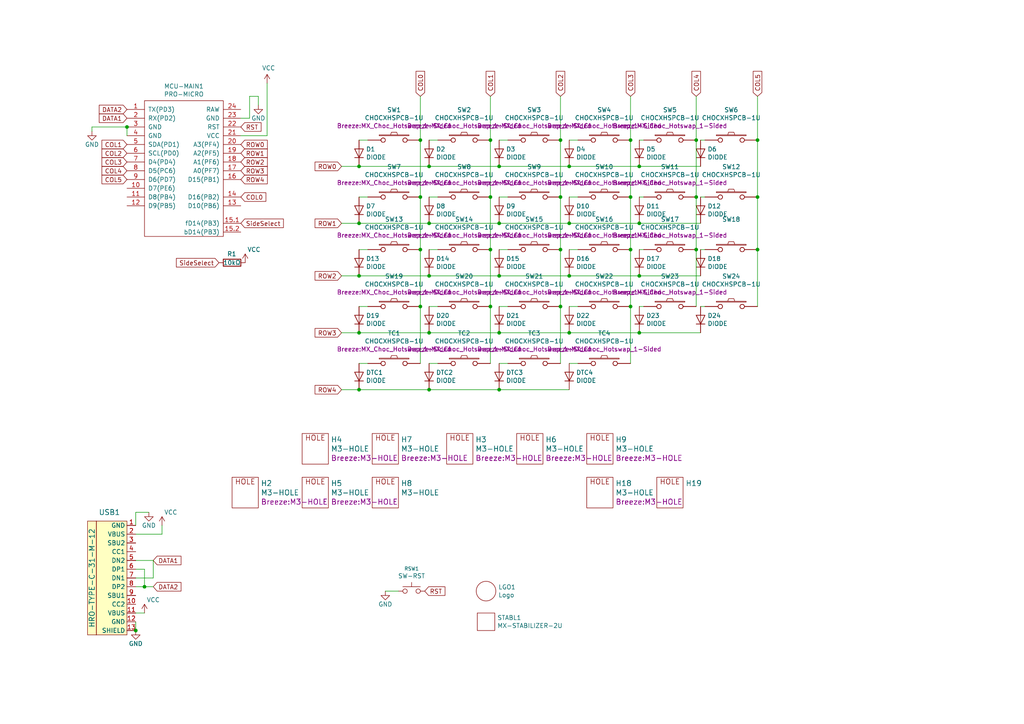
<source format=kicad_sch>
(kicad_sch (version 20230121) (generator eeschema)
  (paper "A4")
  (title_block (title "Breeze") (date "2023-05-21") (rev "Rev1.2") (company "Afternoon Labs LLC"))
  (lib_symbols
    (symbol "Breeze-rescue:3M-HOLE-Merkaba_Rev0-rescue-Breeze-rescue" (pin_names (offset 1.016))
      (property "Reference" "H" (at 0 0 0))
      (property "Value" "3M-HOLE-Merkaba_Rev0-rescue-Breeze-rescue" (at 0 -5.08 0))
      (symbol "3M-HOLE-Merkaba_Rev0-rescue-Breeze-rescue_0_0"
        (text "HOLE" (at 0 3.81 0) (effects (font (size 1.524 1.524))))
      )
      (symbol "3M-HOLE-Merkaba_Rev0-rescue-Breeze-rescue_0_1"
        (rectangle (start 3.81 5.08) (end -3.81 -3.81))
      )
    )
    (symbol "Breeze-rescue:CHOCXHSPCB-1U-cache-Merkaba_Rev0-rescue-Breeze-rescue" (pin_numbers hide) (pin_names (offset 1.016) hide)
      (property "Reference" "SW" (at 3.81 2.794 0))
      (property "Value" "CHOCXHSPCB-1U-cache-Merkaba_Rev0-rescue-Breeze-rescue" (at 0 -2.032 0))
      (symbol "CHOCXHSPCB-1U-cache-Merkaba_Rev0-rescue-Breeze-rescue_0_1"
        (rectangle (start -4.318 1.27) (end 4.318 1.524))
        (polyline (pts (xy -1.016 1.524) (xy -0.762 2.286) (xy 0.762 2.286) (xy 1.016 1.524)))
        (pin passive inverted (at -7.62 0 0) (length 5.08) (name "1") (number "1"))
        (pin passive inverted (at 7.62 0 180) (length 5.08) (name "2") (number "2"))
      )
    )
    (symbol "Breeze-rescue:Diode-cache-Merkaba_Rev0-rescue-Breeze-rescue" (pin_numbers hide) (pin_names (offset 1.016) hide)
      (property "Reference" "D" (at 0 2.54 0))
      (property "Value" "Diode-cache-Merkaba_Rev0-rescue-Breeze-rescue" (at 0 -2.54 0))
      (symbol "Diode-cache-Merkaba_Rev0-rescue-Breeze-rescue_0_1"
        (polyline (pts (xy -1.27 1.27) (xy -1.27 -1.27)) (stroke (width 0.2032)))
        (polyline (pts (xy 1.27 0) (xy -1.27 0)))
        (polyline (pts (xy 1.27 1.27) (xy 1.27 -1.27) (xy -1.27 0) (xy 1.27 1.27)) (stroke (width 0.2032)))
      )
      (symbol "Diode-cache-Merkaba_Rev0-rescue-Breeze-rescue_1_1"
        (pin passive line (at -3.81 0 0) (length 2.54) (name "K") (number "1"))
        (pin passive line (at 3.81 0 180) (length 2.54) (name "A") (number "2"))
      )
    )
    (symbol "Breeze-rescue:Logo-Breeze-rescue" (pin_names (offset 1.016))
      (property "Reference" "LGO" (at 0 0 0))
      (property "Value" "Logo-Breeze-rescue" (at 0 0 0))
      (symbol "Logo-Breeze-rescue_0_1"
        (circle (center 0 0) (radius 2.8448))
      )
    )
    (symbol "Breeze-rescue:MX-STABILIZER-2U-Merkaba_Rev0-rescue-Breeze-rescue" (pin_names (offset 1.016))
      (property "Reference" "U" (at 0 0 0))
      (property "Value" "MX-STABILIZER-2U-Merkaba_Rev0-rescue-Breeze-rescue" (at 0 0 0))
      (symbol "MX-STABILIZER-2U-Merkaba_Rev0-rescue-Breeze-rescue_0_1"
        (rectangle (start -2.54 2.54) (end 2.54 -2.54))
      )
    )
    (symbol "Breeze-rescue:ProMicro-Merkaba_Rev0-rescue-Breeze-rescue" (pin_names (offset 1.016))
      (property "Reference" "U" (at 0 17.78 0))
      (property "Value" "ProMicro-Merkaba_Rev0-rescue-Breeze-rescue" (at 0 -26.67 0))
      (symbol "ProMicro-Merkaba_Rev0-rescue-Breeze-rescue_0_1"
        (rectangle (start -11.43 16.51) (end 11.43 -22.86))
      )
      (symbol "ProMicro-Merkaba_Rev0-rescue-Breeze-rescue_1_1"
        (pin input line (at -16.51 13.97 0) (length 5.08) (name "TX(PD3)") (number "1"))
        (pin input line (at -16.51 -8.89 0) (length 5.08) (name "D7(PE6)") (number "10"))
        (pin input line (at -16.51 -11.43 0) (length 5.08) (name "D8(PB4)") (number "11"))
        (pin input line (at -16.51 -13.97 0) (length 5.08) (name "D9(PB5)") (number "12"))
        (pin input line (at 16.51 -13.97 180) (length 5.08) (name "D10(PB6)") (number "13"))
        (pin input line (at 16.51 -11.43 180) (length 5.08) (name "D16(PB2)") (number "14"))
        (pin input line (at 16.51 -19.05 180) (length 5.08) (name "fD14(PB3)") (number "15.1"))
        (pin input line (at 16.51 -21.59 180) (length 5.08) (name "bD14(PB3)") (number "15.2"))
        (pin input line (at 16.51 -6.35 180) (length 5.08) (name "D15(PB1)") (number "16"))
        (pin input line (at 16.51 -3.81 180) (length 5.08) (name "A0(PF7)") (number "17"))
        (pin input line (at 16.51 -1.27 180) (length 5.08) (name "A1(PF6)") (number "18"))
        (pin input line (at 16.51 1.27 180) (length 5.08) (name "A2(PF5)") (number "19"))
        (pin input line (at -16.51 11.43 0) (length 5.08) (name "RX(PD2)") (number "2"))
        (pin input line (at 16.51 3.81 180) (length 5.08) (name "A3(PF4)") (number "20"))
        (pin input line (at 16.51 6.35 180) (length 5.08) (name "VCC") (number "21"))
        (pin input line (at 16.51 8.89 180) (length 5.08) (name "RST") (number "22"))
        (pin input line (at 16.51 11.43 180) (length 5.08) (name "GND") (number "23"))
        (pin input line (at 16.51 13.97 180) (length 5.08) (name "RAW") (number "24"))
        (pin input line (at -16.51 8.89 0) (length 5.08) (name "GND") (number "3"))
        (pin input line (at -16.51 6.35 0) (length 5.08) (name "GND") (number "4"))
        (pin input line (at -16.51 3.81 0) (length 5.08) (name "SDA(PD1)") (number "5"))
        (pin input line (at -16.51 1.27 0) (length 5.08) (name "SCL(PD0)") (number "6"))
        (pin input line (at -16.51 -1.27 0) (length 5.08) (name "D4(PD4)") (number "7"))
        (pin input line (at -16.51 -3.81 0) (length 5.08) (name "D5(PC6)") (number "8"))
        (pin input line (at -16.51 -6.35 0) (length 5.08) (name "D6(PD7)") (number "9"))
      )
    )
    (symbol "Breeze-rescue:SW_RST-Lily58-cache-Merkaba_Rev0-rescue-Breeze-rescue" (pin_numbers hide) (pin_names (offset 1.016) hide)
      (property "Reference" "RSW" (at 2.54 2.54 0))
      (property "Value" "SW_RST-Lily58-cache-Merkaba_Rev0-rescue-Breeze-rescue" (at 0 -2.54 0))
      (symbol "SW_RST-Lily58-cache-Merkaba_Rev0-rescue-Breeze-rescue_0_1"
        (polyline (pts (xy -2.54 1.27) (xy 2.54 1.27)))
        (polyline (pts (xy 0 2.54) (xy 0 1.27)))
        (pin passive inverted (at -3.81 0 0) (length 2.54) (name "1") (number "1"))
        (pin passive inverted (at 3.81 0 180) (length 2.54) (name "2") (number "2"))
      )
    )
    (symbol "Device:R" (pin_numbers hide) (pin_names (offset 0))
      (property "Reference" "R" (at 2.032 0 90))
      (property "Value" "R" (at 0 0 90))
      (symbol "R_0_1"
        (rectangle (start -1.016 -2.54) (end 1.016 2.54) (stroke (width 0.254)))
      )
      (symbol "R_1_1"
        (pin passive line (at 0 3.81 270) (length 1.27) (name "~") (number "1"))
        (pin passive line (at 0 -3.81 90) (length 1.27) (name "~") (number "2"))
      )
    )
    (symbol "keebio:HRO-TYPE-C-31-M-12"
      (property "Reference" "USB" (at -5.08 16.51 0))
      (property "Value" "HRO-TYPE-C-31-M-12" (at -10.16 -1.27 90))
      (symbol "HRO-TYPE-C-31-M-12_0_1"
        (rectangle (start -11.43 15.24) (end -8.89 -17.78) (fill (type background)))
        (rectangle (start 0 -17.78) (end -8.89 15.24) (fill (type background)))
      )
      (symbol "HRO-TYPE-C-31-M-12_1_1"
        (pin input line (at 2.54 13.97 180) (length 2.54) (name "GND") (number "1"))
        (pin input line (at 2.54 -8.89 180) (length 2.54) (name "CC2") (number "10"))
        (pin input line (at 2.54 -11.43 180) (length 2.54) (name "VBUS") (number "11"))
        (pin input line (at 2.54 -13.97 180) (length 2.54) (name "GND") (number "12"))
        (pin input line (at 2.54 -16.51 180) (length 2.54) (name "SHIELD") (number "13"))
        (pin input line (at 2.54 11.43 180) (length 2.54) (name "VBUS") (number "2"))
        (pin input line (at 2.54 8.89 180) (length 2.54) (name "SBU2") (number "3"))
        (pin input line (at 2.54 6.35 180) (length 2.54) (name "CC1") (number "4"))
        (pin input line (at 2.54 3.81 180) (length 2.54) (name "DN2") (number "5"))
        (pin input line (at 2.54 1.27 180) (length 2.54) (name "DP1") (number "6"))
        (pin input line (at 2.54 -1.27 180) (length 2.54) (name "DN1") (number "7"))
        (pin input line (at 2.54 -3.81 180) (length 2.54) (name "DP2") (number "8"))
        (pin input line (at 2.54 -6.35 180) (length 2.54) (name "SBU1") (number "9"))
      )
    )
    (symbol "power:GND" (power) (pin_names (offset 0))
      (property "Value" "GND" (at 0 -3.81 0))
      (symbol "GND_0_1"
        (polyline (pts (xy 0 0) (xy 0 -1.27) (xy 1.27 -1.27) (xy 0 -2.54) (xy -1.27 -1.27) (xy 0 -1.27)))
      )
      (symbol "GND_1_1"
        (pin power_in line (at 0 0 270) (length 0) hide (name "GND") (number "1"))
      )
    )
    (symbol "power:VCC" (power) (pin_names (offset 0))
      (property "Value" "VCC" (at 0 3.81 0))
      (symbol "VCC_0_1"
        (polyline (pts (xy -0.762 1.27) (xy 0 2.54)))
        (polyline (pts (xy 0 0) (xy 0 2.54)))
        (polyline (pts (xy 0 2.54) (xy 0.762 1.27)))
      )
      (symbol "VCC_1_1"
        (pin power_in line (at 0 0 90) (length 0) hide (name "VCC") (number "1"))
      )
    )
  )
  (junction (at 144.78 113.03))
  (junction (at 142.24 40.64))
  (junction (at 219.71 72.39))
  (junction (at 142.24 57.15))
  (junction (at 144.78 96.52))
  (junction (at 185.42 96.52))
  (junction (at 144.78 80.01))
  (junction (at 182.88 40.64))
  (junction (at 219.71 40.64))
  (junction (at 219.71 57.15))
  (junction (at 165.1 80.01))
  (junction (at 165.1 96.52))
  (junction (at 124.46 113.03))
  (junction (at 182.88 88.9))
  (junction (at 121.92 57.15))
  (junction (at 162.56 72.39))
  (junction (at 201.93 72.39))
  (junction (at 41.91 170.18))
  (junction (at 165.1 64.77))
  (junction (at 39.37 182.88))
  (junction (at 142.24 72.39))
  (junction (at 185.42 64.77))
  (junction (at 124.46 80.01))
  (junction (at 104.14 80.01))
  (junction (at 124.46 96.52))
  (junction (at 104.14 64.77))
  (junction (at 124.46 64.77))
  (junction (at 165.1 48.26))
  (junction (at 121.92 72.39))
  (junction (at 121.92 88.9))
  (junction (at 144.78 64.77))
  (junction (at 182.88 72.39))
  (junction (at 182.88 57.15))
  (junction (at 104.14 48.26))
  (junction (at 185.42 80.01))
  (junction (at 142.24 88.9))
  (junction (at 185.42 48.26))
  (junction (at 144.78 48.26))
  (junction (at 162.56 88.9))
  (junction (at 36.83 36.83))
  (junction (at 104.14 96.52))
  (junction (at 162.56 57.15))
  (junction (at 201.93 57.15))
  (junction (at 162.56 40.64))
  (junction (at 201.93 40.64))
  (junction (at 124.46 48.26))
  (junction (at 104.14 113.03))
  (junction (at 121.92 40.64))
  (wire (pts (xy 121.92 57.15) (xy 121.92 72.39)))
  (wire (pts (xy 36.83 36.83) (xy 26.67 36.83)))
  (wire (pts (xy 39.37 177.8) (xy 41.91 177.8)))
  (wire (pts (xy 167.64 88.9) (xy 165.1 88.9)))
  (wire (pts (xy 99.06 48.26) (xy 104.14 48.26)))
  (wire (pts (xy 186.69 72.39) (xy 185.42 72.39)))
  (wire (pts (xy 185.42 48.26) (xy 165.1 48.26)))
  (wire (pts (xy 144.78 80.01) (xy 124.46 80.01)))
  (wire (pts (xy 162.56 88.9) (xy 162.56 72.39)))
  (wire (pts (xy 219.71 40.64) (xy 219.71 57.15)))
  (wire (pts (xy 127 57.15) (xy 124.46 57.15)))
  (wire (pts (xy 106.68 72.39) (xy 104.14 72.39)))
  (wire (pts (xy 77.47 24.13) (xy 77.47 39.37)))
  (wire (pts (xy 104.14 64.77) (xy 99.06 64.77)))
  (wire (pts (xy 204.47 88.9) (xy 203.2 88.9)))
  (wire (pts (xy 165.1 113.03) (xy 144.78 113.03)))
  (wire (pts (xy 39.37 152.4) (xy 39.37 148.59)))
  (wire (pts (xy 121.92 40.64) (xy 121.92 27.94)))
  (wire (pts (xy 41.91 165.1) (xy 41.91 170.18)))
  (wire (pts (xy 147.32 105.41) (xy 144.78 105.41)))
  (wire (pts (xy 162.56 40.64) (xy 162.56 57.15)))
  (wire (pts (xy 147.32 57.15) (xy 144.78 57.15)))
  (wire (pts (xy 147.32 40.64) (xy 144.78 40.64)))
  (wire (pts (xy 41.91 170.18) (xy 44.45 170.18)))
  (wire (pts (xy 185.42 96.52) (xy 165.1 96.52)))
  (wire (pts (xy 39.37 165.1) (xy 41.91 165.1)))
  (wire (pts (xy 39.37 180.34) (xy 39.37 182.88)))
  (wire (pts (xy 182.88 40.64) (xy 182.88 57.15)))
  (wire (pts (xy 203.2 64.77) (xy 185.42 64.77)))
  (wire (pts (xy 106.68 57.15) (xy 104.14 57.15)))
  (wire (pts (xy 121.92 88.9) (xy 121.92 105.41)))
  (wire (pts (xy 121.92 40.64) (xy 121.92 57.15)))
  (wire (pts (xy 104.14 96.52) (xy 99.06 96.52)))
  (wire (pts (xy 167.64 40.64) (xy 165.1 40.64)))
  (wire (pts (xy 203.2 96.52) (xy 185.42 96.52)))
  (wire (pts (xy 204.47 72.39) (xy 203.2 72.39)))
  (wire (pts (xy 142.24 57.15) (xy 142.24 40.64)))
  (wire (pts (xy 124.46 80.01) (xy 104.14 80.01)))
  (wire (pts (xy 165.1 96.52) (xy 144.78 96.52)))
  (wire (pts (xy 124.46 96.52) (xy 104.14 96.52)))
  (wire (pts (xy 165.1 72.39) (xy 167.64 72.39)))
  (wire (pts (xy 203.2 80.01) (xy 185.42 80.01)))
  (wire (pts (xy 185.42 80.01) (xy 165.1 80.01)))
  (wire (pts (xy 39.37 148.59) (xy 43.18 148.59)))
  (wire (pts (xy 127 40.64) (xy 124.46 40.64)))
  (wire (pts (xy 106.68 88.9) (xy 104.14 88.9)))
  (wire (pts (xy 44.45 167.64) (xy 44.45 162.56)))
  (wire (pts (xy 41.91 170.18) (xy 39.37 170.18)))
  (wire (pts (xy 46.99 154.94) (xy 46.99 152.4)))
  (wire (pts (xy 72.39 34.29) (xy 72.39 27.94)))
  (wire (pts (xy 165.1 80.01) (xy 144.78 80.01)))
  (wire (pts (xy 219.71 57.15) (xy 219.71 72.39)))
  (wire (pts (xy 144.78 48.26) (xy 124.46 48.26)))
  (wire (pts (xy 142.24 105.41) (xy 142.24 88.9)))
  (wire (pts (xy 142.24 88.9) (xy 142.24 72.39)))
  (wire (pts (xy 162.56 57.15) (xy 162.56 72.39)))
  (wire (pts (xy 201.93 88.9) (xy 201.93 72.39)))
  (wire (pts (xy 124.46 88.9) (xy 127 88.9)))
  (wire (pts (xy 167.64 105.41) (xy 165.1 105.41)))
  (wire (pts (xy 26.67 36.83) (xy 26.67 38.1)))
  (wire (pts (xy 182.88 40.64) (xy 182.88 27.94)))
  (wire (pts (xy 162.56 40.64) (xy 162.56 27.94)))
  (wire (pts (xy 147.32 72.39) (xy 144.78 72.39)))
  (wire (pts (xy 104.14 64.77) (xy 124.46 64.77)))
  (wire (pts (xy 142.24 72.39) (xy 142.24 57.15)))
  (wire (pts (xy 185.42 88.9) (xy 186.69 88.9)))
  (wire (pts (xy 165.1 48.26) (xy 144.78 48.26)))
  (wire (pts (xy 186.69 40.64) (xy 185.42 40.64)))
  (wire (pts (xy 162.56 105.41) (xy 162.56 88.9)))
  (wire (pts (xy 74.93 27.94) (xy 74.93 30.48)))
  (wire (pts (xy 203.2 48.26) (xy 185.42 48.26)))
  (wire (pts (xy 36.83 36.83) (xy 36.83 39.37)))
  (wire (pts (xy 124.46 113.03) (xy 144.78 113.03)))
  (wire (pts (xy 144.78 88.9) (xy 147.32 88.9)))
  (wire (pts (xy 201.93 40.64) (xy 201.93 27.94)))
  (wire (pts (xy 182.88 57.15) (xy 182.88 72.39)))
  (wire (pts (xy 127 72.39) (xy 124.46 72.39)))
  (wire (pts (xy 201.93 57.15) (xy 201.93 72.39)))
  (wire (pts (xy 69.85 34.29) (xy 72.39 34.29)))
  (wire (pts (xy 219.71 40.64) (xy 219.71 27.94)))
  (wire (pts (xy 69.85 39.37) (xy 77.47 39.37)))
  (wire (pts (xy 104.14 48.26) (xy 124.46 48.26)))
  (wire (pts (xy 72.39 27.94) (xy 74.93 27.94)))
  (wire (pts (xy 127 105.41) (xy 124.46 105.41)))
  (wire (pts (xy 185.42 64.77) (xy 165.1 64.77)))
  (wire (pts (xy 201.93 57.15) (xy 201.93 40.64)))
  (wire (pts (xy 104.14 80.01) (xy 99.06 80.01)))
  (wire (pts (xy 204.47 40.64) (xy 203.2 40.64)))
  (wire (pts (xy 144.78 96.52) (xy 124.46 96.52)))
  (wire (pts (xy 104.14 113.03) (xy 124.46 113.03)))
  (wire (pts (xy 186.69 57.15) (xy 185.42 57.15)))
  (wire (pts (xy 167.64 57.15) (xy 165.1 57.15)))
  (wire (pts (xy 203.2 57.15) (xy 204.47 57.15)))
  (wire (pts (xy 121.92 72.39) (xy 121.92 88.9)))
  (wire (pts (xy 182.88 88.9) (xy 182.88 72.39)))
  (wire (pts (xy 39.37 154.94) (xy 46.99 154.94)))
  (wire (pts (xy 219.71 72.39) (xy 219.71 88.9)))
  (wire (pts (xy 182.88 88.9) (xy 182.88 105.41)))
  (wire (pts (xy 104.14 105.41) (xy 106.68 105.41)))
  (wire (pts (xy 124.46 64.77) (xy 144.78 64.77)))
  (wire (pts (xy 115.57 171.45) (xy 111.76 171.45)))
  (wire (pts (xy 165.1 64.77) (xy 144.78 64.77)))
  (wire (pts (xy 39.37 162.56) (xy 44.45 162.56)))
  (wire (pts (xy 39.37 167.64) (xy 44.45 167.64)))
  (wire (pts (xy 104.14 113.03) (xy 99.06 113.03)))
  (wire (pts (xy 106.68 40.64) (xy 104.14 40.64)))
  (wire (pts (xy 142.24 40.64) (xy 142.24 27.94)))
  (global_label "RST" (shape input) (at 123.19 171.45 0) (property "Intersheetrefs" "${INTERSHEET_REFS}" (effects hide)))
  (global_label "COL5" (shape input) (at 219.71 27.94 90) (property "Intersheetrefs" "${INTERSHEET_REFS}" (effects hide)))
  (global_label "ROW4" (shape input) (at 99.06 113.03 180) (property "Intersheetrefs" "${INTERSHEET_REFS}" (effects hide)))
  (global_label "ROW4" (shape input) (at 69.85 52.07 0) (property "Intersheetrefs" "${INTERSHEET_REFS}" (effects hide)))
  (global_label "COL2" (shape input) (at 162.56 27.94 90) (property "Intersheetrefs" "${INTERSHEET_REFS}" (effects hide)))
  (global_label "ROW2" (shape input) (at 69.85 46.99 0) (property "Intersheetrefs" "${INTERSHEET_REFS}" (effects hide)))
  (global_label "COL0" (shape input) (at 69.85 57.15 0) (property "Intersheetrefs" "${INTERSHEET_REFS}" (effects hide)))
  (global_label "COL0" (shape input) (at 121.92 27.94 90) (property "Intersheetrefs" "${INTERSHEET_REFS}" (effects hide)))
  (global_label "ROW1" (shape input) (at 69.85 44.45 0) (property "Intersheetrefs" "${INTERSHEET_REFS}" (effects hide)))
  (global_label "SideSelect" (shape input) (at 69.85 64.77 0) (property "Intersheetrefs" "${INTERSHEET_REFS}" (effects hide)))
  (global_label "COL4" (shape input) (at 201.93 27.94 90) (property "Intersheetrefs" "${INTERSHEET_REFS}" (effects hide)))
  (global_label "DATA1" (shape input) (at 44.45 162.56 0) (property "Intersheetrefs" "${INTERSHEET_REFS}" (effects hide)))
  (global_label "DATA2" (shape input) (at 44.45 170.18 0) (property "Intersheetrefs" "${INTERSHEET_REFS}" (effects hide)))
  (global_label "ROW0" (shape input) (at 99.06 48.26 180) (property "Intersheetrefs" "${INTERSHEET_REFS}" (effects hide)))
  (global_label "COL4" (shape input) (at 36.83 49.53 180) (property "Intersheetrefs" "${INTERSHEET_REFS}" (effects hide)))
  (global_label "ROW3" (shape input) (at 69.85 49.53 0) (property "Intersheetrefs" "${INTERSHEET_REFS}" (effects hide)))
  (global_label "COL1" (shape input) (at 36.83 41.91 180) (property "Intersheetrefs" "${INTERSHEET_REFS}" (effects hide)))
  (global_label "ROW2" (shape input) (at 99.06 80.01 180) (property "Intersheetrefs" "${INTERSHEET_REFS}" (effects hide)))
  (global_label "DATA2" (shape input) (at 36.83 31.75 180) (property "Intersheetrefs" "${INTERSHEET_REFS}" (effects hide)))
  (global_label "ROW1" (shape input) (at 99.06 64.77 180) (property "Intersheetrefs" "${INTERSHEET_REFS}" (effects hide)))
  (global_label "COL1" (shape input) (at 142.24 27.94 90) (property "Intersheetrefs" "${INTERSHEET_REFS}" (effects hide)))
  (global_label "SideSelect" (shape input) (at 63.5 76.2 180) (property "Intersheetrefs" "${INTERSHEET_REFS}" (effects hide)))
  (global_label "COL3" (shape input) (at 36.83 46.99 180) (property "Intersheetrefs" "${INTERSHEET_REFS}" (effects hide)))
  (global_label "COL3" (shape input) (at 182.88 27.94 90) (property "Intersheetrefs" "${INTERSHEET_REFS}" (effects hide)))
  (global_label "ROW0" (shape input) (at 69.85 41.91 0) (property "Intersheetrefs" "${INTERSHEET_REFS}" (effects hide)))
  (global_label "RST" (shape input) (at 69.85 36.83 0) (property "Intersheetrefs" "${INTERSHEET_REFS}" (effects hide)))
  (global_label "COL2" (shape input) (at 36.83 44.45 180) (property "Intersheetrefs" "${INTERSHEET_REFS}" (effects hide)))
  (global_label "DATA1" (shape input) (at 36.83 34.29 180) (property "Intersheetrefs" "${INTERSHEET_REFS}" (effects hide)))
  (global_label "COL5" (shape input) (at 36.83 52.07 180) (property "Intersheetrefs" "${INTERSHEET_REFS}" (effects hide)))
  (global_label "ROW3" (shape input) (at 99.06 96.52 180) (property "Intersheetrefs" "${INTERSHEET_REFS}" (effects hide)))
  (symbol (lib_id "Breeze-rescue:ProMicro-Merkaba_Rev0-rescue-Breeze-rescue") (at 53.34 45.72 0) (unit 1)
    (property "Reference" "MCU-MAIN1" (at 53.34 25.019 0))
    (property "Value" "PRO-MICRO" (at 53.34 27.3304 0))
    (property "Footprint" "Breeze:ProMicro_1-Sided" (effects hide))
  )
  (symbol (lib_id "power:GND") (at 26.67 38.1 0) (unit 1)
    (property "Reference" "#PWR0101" (effects hide))
    (property "Value" "GND" (at 26.67 41.91 0))
  )
  (symbol (lib_id "power:VCC") (at 77.47 24.13 0) (unit 1)
    (property "Reference" "#PWR0102" (effects hide))
    (property "Value" "VCC" (at 77.9018 19.7358 0))
  )
  (symbol (lib_id "Breeze-rescue:SW_RST-Lily58-cache-Merkaba_Rev0-rescue-Breeze-rescue") (at 119.38 171.45 0) (unit 1)
    (property "Reference" "RSW1" (at 119.38 164.9476 0) (effects (font (size 1.016 1.016))))
    (property "Value" "SW-RST" (at 119.38 167.0558 0))
    (property "Footprint" "Button_Switch_SMD:SW_SPST_TL3342" (effects hide))
  )
  (symbol (lib_id "power:GND") (at 111.76 171.45 0) (unit 1)
    (property "Reference" "#PWR0103" (effects hide))
    (property "Value" "GND" (at 111.76 175.26 0))
  )
  (symbol (lib_id "Breeze-rescue:CHOCXHSPCB-1U-cache-Merkaba_Rev0-rescue-Breeze-rescue") (at 114.3 40.64 0) (unit 1)
    (property "Reference" "SW1" (at 114.3 31.877 0))
    (property "Value" "CHOCXHSPCB-1U" (at 114.3 34.1884 0))
    (property "Footprint" "Breeze:MX_Choc_Hotswap_1-Sided" (at 114.3 36.4998 0))
  )
  (symbol (lib_id "Breeze-rescue:CHOCXHSPCB-1U-cache-Merkaba_Rev0-rescue-Breeze-rescue") (at 134.62 40.64 0) (unit 1)
    (property "Reference" "SW2" (at 134.62 31.877 0))
    (property "Value" "CHOCXHSPCB-1U" (at 134.62 34.1884 0))
    (property "Footprint" "Breeze:MX_Choc_Hotswap_1-Sided" (at 134.62 36.4998 0))
  )
  (symbol (lib_id "Breeze-rescue:CHOCXHSPCB-1U-cache-Merkaba_Rev0-rescue-Breeze-rescue") (at 154.94 40.64 0) (unit 1)
    (property "Reference" "SW3" (at 154.94 31.877 0))
    (property "Value" "CHOCXHSPCB-1U" (at 154.94 34.1884 0))
    (property "Footprint" "Breeze:MX_Choc_Hotswap_1-Sided" (at 154.94 36.4998 0))
  )
  (symbol (lib_id "Breeze-rescue:CHOCXHSPCB-1U-cache-Merkaba_Rev0-rescue-Breeze-rescue") (at 175.26 40.64 0) (unit 1)
    (property "Reference" "SW4" (at 175.26 31.877 0))
    (property "Value" "CHOCXHSPCB-1U" (at 175.26 34.1884 0))
    (property "Footprint" "Breeze:MX_Choc_Hotswap_1-Sided" (at 175.26 36.4998 0))
  )
  (symbol (lib_id "Breeze-rescue:CHOCXHSPCB-1U-cache-Merkaba_Rev0-rescue-Breeze-rescue") (at 194.31 40.64 0) (unit 1)
    (property "Reference" "SW5" (at 194.31 31.877 0))
    (property "Value" "CHOCXHSPCB-1U" (at 194.31 34.1884 0))
    (property "Footprint" "Breeze:MX_Choc_Hotswap_1-Sided" (at 194.31 36.4998 0))
  )
  (symbol (lib_id "Breeze-rescue:CHOCXHSPCB-1U-cache-Merkaba_Rev0-rescue-Breeze-rescue") (at 212.09 40.64 0) (unit 1)
    (property "Reference" "SW6" (at 212.09 31.877 0))
    (property "Value" "CHOCXHSPCB-1U" (at 212.09 34.1884 0))
    (property "Footprint" "Breeze:MX_Choc_Hotswap_1-Sided" (effects hide))
  )
  (symbol (lib_id "Breeze-rescue:CHOCXHSPCB-1U-cache-Merkaba_Rev0-rescue-Breeze-rescue") (at 114.3 57.15 0) (unit 1)
    (property "Reference" "SW7" (at 114.3 48.387 0))
    (property "Value" "CHOCXHSPCB-1U" (at 114.3 50.6984 0))
    (property "Footprint" "Breeze:MX_Choc_Hotswap_1-Sided" (at 114.3 53.0098 0))
  )
  (symbol (lib_id "Breeze-rescue:CHOCXHSPCB-1U-cache-Merkaba_Rev0-rescue-Breeze-rescue") (at 134.62 57.15 0) (unit 1)
    (property "Reference" "SW8" (at 134.62 48.387 0))
    (property "Value" "CHOCXHSPCB-1U" (at 134.62 50.6984 0))
    (property "Footprint" "Breeze:MX_Choc_Hotswap_1-Sided" (at 134.62 53.0098 0))
  )
  (symbol (lib_id "Breeze-rescue:CHOCXHSPCB-1U-cache-Merkaba_Rev0-rescue-Breeze-rescue") (at 154.94 57.15 0) (unit 1)
    (property "Reference" "SW9" (at 154.94 48.387 0))
    (property "Value" "CHOCXHSPCB-1U" (at 154.94 50.6984 0))
    (property "Footprint" "Breeze:MX_Choc_Hotswap_1-Sided" (at 154.94 53.0098 0))
  )
  (symbol (lib_id "Breeze-rescue:CHOCXHSPCB-1U-cache-Merkaba_Rev0-rescue-Breeze-rescue") (at 175.26 57.15 0) (unit 1)
    (property "Reference" "SW10" (at 175.26 48.387 0))
    (property "Value" "CHOCXHSPCB-1U" (at 175.26 50.6984 0))
    (property "Footprint" "Breeze:MX_Choc_Hotswap_1-Sided" (at 175.26 53.0098 0))
  )
  (symbol (lib_id "Breeze-rescue:CHOCXHSPCB-1U-cache-Merkaba_Rev0-rescue-Breeze-rescue") (at 194.31 57.15 0) (unit 1)
    (property "Reference" "SW11" (at 194.31 48.387 0))
    (property "Value" "CHOCXHSPCB-1U" (at 194.31 50.6984 0))
    (property "Footprint" "Breeze:MX_Choc_Hotswap_1-Sided" (at 194.31 53.0098 0))
  )
  (symbol (lib_id "Breeze-rescue:CHOCXHSPCB-1U-cache-Merkaba_Rev0-rescue-Breeze-rescue") (at 212.09 57.15 0) (unit 1)
    (property "Reference" "SW12" (at 212.09 48.387 0))
    (property "Value" "CHOCXHSPCB-1U" (at 212.09 50.6984 0))
    (property "Footprint" "Breeze:MX_Choc_Hotswap_1-Sided" (effects hide))
  )
  (symbol (lib_id "Breeze-rescue:CHOCXHSPCB-1U-cache-Merkaba_Rev0-rescue-Breeze-rescue") (at 114.3 72.39 0) (unit 1)
    (property "Reference" "SW13" (at 114.3 63.627 0))
    (property "Value" "CHOCXHSPCB-1U" (at 114.3 65.9384 0))
    (property "Footprint" "Breeze:MX_Choc_Hotswap_1-Sided" (at 114.3 68.2498 0))
  )
  (symbol (lib_id "Breeze-rescue:CHOCXHSPCB-1U-cache-Merkaba_Rev0-rescue-Breeze-rescue") (at 134.62 72.39 0) (unit 1)
    (property "Reference" "SW14" (at 134.62 63.627 0))
    (property "Value" "CHOCXHSPCB-1U" (at 134.62 65.9384 0))
    (property "Footprint" "Breeze:MX_Choc_Hotswap_1-Sided" (at 134.62 68.2498 0))
  )
  (symbol (lib_id "Breeze-rescue:CHOCXHSPCB-1U-cache-Merkaba_Rev0-rescue-Breeze-rescue") (at 154.94 72.39 0) (unit 1)
    (property "Reference" "SW15" (at 154.94 63.627 0))
    (property "Value" "CHOCXHSPCB-1U" (at 154.94 65.9384 0))
    (property "Footprint" "Breeze:MX_Choc_Hotswap_1-Sided" (at 154.94 68.2498 0))
  )
  (symbol (lib_id "Breeze-rescue:CHOCXHSPCB-1U-cache-Merkaba_Rev0-rescue-Breeze-rescue") (at 175.26 72.39 0) (unit 1)
    (property "Reference" "SW16" (at 175.26 63.627 0))
    (property "Value" "CHOCXHSPCB-1U" (at 175.26 65.9384 0))
    (property "Footprint" "Breeze:MX_Choc_Hotswap_1-Sided" (at 175.26 68.2498 0))
  )
  (symbol (lib_id "Breeze-rescue:CHOCXHSPCB-1U-cache-Merkaba_Rev0-rescue-Breeze-rescue") (at 194.31 72.39 0) (unit 1)
    (property "Reference" "SW17" (at 194.31 63.627 0))
    (property "Value" "CHOCXHSPCB-1U" (at 194.31 65.9384 0))
    (property "Footprint" "Breeze:MX_Choc_Hotswap_1-Sided" (at 194.31 68.2498 0))
  )
  (symbol (lib_id "Breeze-rescue:CHOCXHSPCB-1U-cache-Merkaba_Rev0-rescue-Breeze-rescue") (at 212.09 72.39 0) (unit 1)
    (property "Reference" "SW18" (at 212.09 63.627 0))
    (property "Value" "CHOCXHSPCB-1U" (effects hide))
    (property "Footprint" "Breeze:MX_Choc_Hotswap_1-Sided" (effects hide))
  )
  (symbol (lib_id "Breeze-rescue:CHOCXHSPCB-1U-cache-Merkaba_Rev0-rescue-Breeze-rescue") (at 114.3 88.9 0) (unit 1)
    (property "Reference" "SW19" (at 114.3 80.137 0))
    (property "Value" "CHOCXHSPCB-1U" (at 114.3 82.4484 0))
    (property "Footprint" "Breeze:MX_Choc_Hotswap_1-Sided" (at 114.3 84.7598 0))
  )
  (symbol (lib_id "Breeze-rescue:CHOCXHSPCB-1U-cache-Merkaba_Rev0-rescue-Breeze-rescue") (at 134.62 88.9 0) (unit 1)
    (property "Reference" "SW20" (at 134.62 80.137 0))
    (property "Value" "CHOCXHSPCB-1U" (at 134.62 82.4484 0))
    (property "Footprint" "Breeze:MX_Choc_Hotswap_1-Sided" (at 134.62 84.7598 0))
  )
  (symbol (lib_id "Breeze-rescue:CHOCXHSPCB-1U-cache-Merkaba_Rev0-rescue-Breeze-rescue") (at 154.94 88.9 0) (unit 1)
    (property "Reference" "SW21" (at 154.94 80.137 0))
    (property "Value" "CHOCXHSPCB-1U" (at 154.94 82.4484 0))
    (property "Footprint" "Breeze:MX_Choc_Hotswap_1-Sided" (at 154.94 84.7598 0))
  )
  (symbol (lib_id "Breeze-rescue:CHOCXHSPCB-1U-cache-Merkaba_Rev0-rescue-Breeze-rescue") (at 175.26 88.9 0) (unit 1)
    (property "Reference" "SW22" (at 175.26 80.137 0))
    (property "Value" "CHOCXHSPCB-1U" (at 175.26 82.4484 0))
    (property "Footprint" "Breeze:MX_Choc_Hotswap_1-Sided" (at 175.26 84.7598 0))
  )
  (symbol (lib_id "Breeze-rescue:CHOCXHSPCB-1U-cache-Merkaba_Rev0-rescue-Breeze-rescue") (at 194.31 88.9 0) (unit 1)
    (property "Reference" "SW23" (at 194.31 80.137 0))
    (property "Value" "CHOCXHSPCB-1U" (at 194.31 82.4484 0))
    (property "Footprint" "Breeze:MX_Choc_Hotswap_1-Sided" (at 194.31 84.7598 0))
  )
  (symbol (lib_id "Breeze-rescue:CHOCXHSPCB-1U-cache-Merkaba_Rev0-rescue-Breeze-rescue") (at 212.09 88.9 0) (unit 1)
    (property "Reference" "SW24" (at 212.09 80.137 0))
    (property "Value" "CHOCXHSPCB-1U" (at 212.09 82.4484 0))
    (property "Footprint" "Breeze:MX_Choc_Hotswap_1-Sided" (effects hide))
  )
  (symbol (lib_id "Breeze-rescue:CHOCXHSPCB-1U-cache-Merkaba_Rev0-rescue-Breeze-rescue") (at 114.3 105.41 0) (unit 1)
    (property "Reference" "TC1" (at 114.3 96.647 0))
    (property "Value" "CHOCXHSPCB-1U" (at 114.3 98.9584 0))
    (property "Footprint" "Breeze:MX_Choc_Hotswap_1-Sided" (at 114.3 101.2698 0))
  )
  (symbol (lib_id "Breeze-rescue:CHOCXHSPCB-1U-cache-Merkaba_Rev0-rescue-Breeze-rescue") (at 134.62 105.41 0) (unit 1)
    (property "Reference" "TC2" (at 134.62 96.647 0))
    (property "Value" "CHOCXHSPCB-1U" (at 134.62 98.9584 0))
    (property "Footprint" "Breeze:MX_Choc_Hotswap_1-Sided" (at 134.62 101.2698 0))
  )
  (symbol (lib_id "Breeze-rescue:CHOCXHSPCB-1U-cache-Merkaba_Rev0-rescue-Breeze-rescue") (at 154.94 105.41 0) (unit 1)
    (property "Reference" "TC3" (at 154.94 96.647 0))
    (property "Value" "CHOCXHSPCB-1U" (at 154.94 98.9584 0))
    (property "Footprint" "Breeze:MX_Choc_Hotswap_1-Sided" (at 154.94 101.2698 0))
  )
  (symbol (lib_id "Breeze-rescue:CHOCXHSPCB-1U-cache-Merkaba_Rev0-rescue-Breeze-rescue") (at 175.26 105.41 0) (unit 1)
    (property "Reference" "TC4" (at 175.26 96.647 0))
    (property "Value" "CHOCXHSPCB-1U" (at 175.26 98.9584 0))
    (property "Footprint" "Breeze:MX_Choc_Hotswap_1-Sided" (at 175.26 101.2698 0))
  )
  (symbol (lib_id "Breeze-rescue:Diode-cache-Merkaba_Rev0-rescue-Breeze-rescue") (at 104.14 44.45 90) (unit 1)
    (property "Reference" "D1" (at 106.1466 43.2816 90) (effects (justify right)))
    (property "Value" "DIODE" (at 106.1466 45.593 90) (effects (justify right)))
    (property "Footprint" "Breeze:SOD-123FL" (effects hide))
    (property "LCSC" "C64898" (effects hide))
  )
  (symbol (lib_id "Breeze-rescue:Diode-cache-Merkaba_Rev0-rescue-Breeze-rescue") (at 124.46 44.45 90) (unit 1)
    (property "Reference" "D2" (at 126.4666 43.2816 90) (effects (justify right)))
    (property "Value" "DIODE" (at 126.4666 45.593 90) (effects (justify right)))
    (property "Footprint" "Breeze:SOD-123FL" (effects hide))
    (property "LCSC" "C64898" (effects hide))
  )
  (symbol (lib_id "Breeze-rescue:Diode-cache-Merkaba_Rev0-rescue-Breeze-rescue") (at 144.78 44.45 90) (unit 1)
    (property "Reference" "D3" (at 146.7866 43.2816 90) (effects (justify right)))
    (property "Value" "DIODE" (at 146.7866 45.593 90) (effects (justify right)))
    (property "Footprint" "Breeze:SOD-123FL" (effects hide))
    (property "LCSC" "C64898" (effects hide))
  )
  (symbol (lib_id "Breeze-rescue:Diode-cache-Merkaba_Rev0-rescue-Breeze-rescue") (at 165.1 44.45 90) (unit 1)
    (property "Reference" "D4" (at 167.1066 43.2816 90) (effects (justify right)))
    (property "Value" "DIODE" (at 167.1066 45.593 90) (effects (justify right)))
    (property "Footprint" "Breeze:SOD-123FL" (effects hide))
    (property "LCSC" "C64898" (effects hide))
  )
  (symbol (lib_id "Breeze-rescue:Diode-cache-Merkaba_Rev0-rescue-Breeze-rescue") (at 185.42 44.45 90) (unit 1)
    (property "Reference" "D5" (at 187.4266 43.2816 90) (effects (justify right)))
    (property "Value" "DIODE" (at 187.4266 45.593 90) (effects (justify right)))
    (property "Footprint" "Breeze:SOD-123FL" (effects hide))
    (property "LCSC" "C64898" (effects hide))
  )
  (symbol (lib_id "Breeze-rescue:Diode-cache-Merkaba_Rev0-rescue-Breeze-rescue") (at 203.2 44.45 90) (unit 1)
    (property "Reference" "D6" (at 205.2066 43.2816 90) (effects (justify right)))
    (property "Value" "DIODE" (at 205.2066 45.593 90) (effects (justify right)))
    (property "Footprint" "Breeze:SOD-123FL" (effects hide))
    (property "LCSC" "C64898" (effects hide))
  )
  (symbol (lib_id "Breeze-rescue:Diode-cache-Merkaba_Rev0-rescue-Breeze-rescue") (at 104.14 60.96 90) (unit 1)
    (property "Reference" "D7" (at 106.1466 59.7916 90) (effects (justify right)))
    (property "Value" "DIODE" (at 106.1466 62.103 90) (effects (justify right)))
    (property "Footprint" "Breeze:SOD-123FL" (effects hide))
    (property "LCSC" "C64898" (effects hide))
  )
  (symbol (lib_id "Breeze-rescue:Diode-cache-Merkaba_Rev0-rescue-Breeze-rescue") (at 124.46 60.96 90) (unit 1)
    (property "Reference" "D8" (at 126.4666 59.7916 90) (effects (justify right)))
    (property "Value" "DIODE" (at 126.4666 62.103 90) (effects (justify right)))
    (property "Footprint" "Breeze:SOD-123FL" (effects hide))
    (property "LCSC" "C64898" (effects hide))
  )
  (symbol (lib_id "Breeze-rescue:Diode-cache-Merkaba_Rev0-rescue-Breeze-rescue") (at 144.78 60.96 90) (unit 1)
    (property "Reference" "D9" (at 146.7866 59.7916 90) (effects (justify right)))
    (property "Value" "DIODE" (at 146.7866 62.103 90) (effects (justify right)))
    (property "Footprint" "Breeze:SOD-123FL" (effects hide))
    (property "LCSC" "C64898" (effects hide))
  )
  (symbol (lib_id "Breeze-rescue:Diode-cache-Merkaba_Rev0-rescue-Breeze-rescue") (at 165.1 60.96 90) (unit 1)
    (property "Reference" "D10" (at 167.1066 59.7916 90) (effects (justify right)))
    (property "Value" "DIODE" (at 167.1066 62.103 90) (effects (justify right)))
    (property "Footprint" "Breeze:SOD-123FL" (effects hide))
    (property "LCSC" "C64898" (effects hide))
  )
  (symbol (lib_id "Breeze-rescue:Diode-cache-Merkaba_Rev0-rescue-Breeze-rescue") (at 185.42 60.96 90) (unit 1)
    (property "Reference" "D11" (at 187.4266 59.7916 90) (effects (justify right)))
    (property "Value" "DIODE" (at 187.4266 62.103 90) (effects (justify right)))
    (property "Footprint" "Breeze:SOD-123FL" (effects hide))
    (property "LCSC" "C64898" (effects hide))
  )
  (symbol (lib_id "Breeze-rescue:Diode-cache-Merkaba_Rev0-rescue-Breeze-rescue") (at 203.2 60.96 90) (unit 1)
    (property "Reference" "D12" (at 205.2066 59.7916 90) (effects (justify right)))
    (property "Value" "DIODE" (at 205.2066 62.103 90) (effects (justify right)))
    (property "Footprint" "Breeze:SOD-123FL" (effects hide))
    (property "LCSC" "C64898" (effects hide))
  )
  (symbol (lib_id "Breeze-rescue:Diode-cache-Merkaba_Rev0-rescue-Breeze-rescue") (at 104.14 76.2 90) (unit 1)
    (property "Reference" "D13" (at 106.1466 75.0316 90) (effects (justify right)))
    (property "Value" "DIODE" (at 106.1466 77.343 90) (effects (justify right)))
    (property "Footprint" "Breeze:SOD-123FL" (effects hide))
    (property "LCSC" "C64898" (effects hide))
  )
  (symbol (lib_id "Breeze-rescue:Diode-cache-Merkaba_Rev0-rescue-Breeze-rescue") (at 124.46 76.2 90) (unit 1)
    (property "Reference" "D14" (at 126.4666 75.0316 90) (effects (justify right)))
    (property "Value" "DIODE" (at 126.4666 77.343 90) (effects (justify right)))
    (property "Footprint" "Breeze:SOD-123FL" (effects hide))
    (property "LCSC" "C64898" (effects hide))
  )
  (symbol (lib_id "Breeze-rescue:Diode-cache-Merkaba_Rev0-rescue-Breeze-rescue") (at 144.78 76.2 90) (unit 1)
    (property "Reference" "D15" (at 146.7866 75.0316 90) (effects (justify right)))
    (property "Value" "DIODE" (at 146.7866 77.343 90) (effects (justify right)))
    (property "Footprint" "Breeze:SOD-123FL" (effects hide))
    (property "LCSC" "C64898" (effects hide))
  )
  (symbol (lib_id "Breeze-rescue:Diode-cache-Merkaba_Rev0-rescue-Breeze-rescue") (at 165.1 76.2 90) (unit 1)
    (property "Reference" "D16" (at 167.1066 75.0316 90) (effects (justify right)))
    (property "Value" "DIODE" (at 167.1066 77.343 90) (effects (justify right)))
    (property "Footprint" "Breeze:SOD-123FL" (effects hide))
    (property "LCSC" "C64898" (effects hide))
  )
  (symbol (lib_id "Breeze-rescue:Diode-cache-Merkaba_Rev0-rescue-Breeze-rescue") (at 185.42 76.2 90) (unit 1)
    (property "Reference" "D17" (at 187.4266 75.0316 90) (effects (justify right)))
    (property "Value" "DIODE" (at 187.4266 77.343 90) (effects (justify right)))
    (property "Footprint" "Breeze:SOD-123FL" (effects hide))
    (property "LCSC" "C64898" (effects hide))
  )
  (symbol (lib_id "Breeze-rescue:Diode-cache-Merkaba_Rev0-rescue-Breeze-rescue") (at 203.2 76.2 90) (unit 1)
    (property "Reference" "D18" (at 205.2066 75.0316 90) (effects (justify right)))
    (property "Value" "DIODE" (at 205.2066 77.343 90) (effects (justify right)))
    (property "Footprint" "Breeze:SOD-123FL" (effects hide))
    (property "LCSC" "C64898" (effects hide))
  )
  (symbol (lib_id "Breeze-rescue:Diode-cache-Merkaba_Rev0-rescue-Breeze-rescue") (at 104.14 92.71 90) (unit 1)
    (property "Reference" "D19" (at 106.1466 91.5416 90) (effects (justify right)))
    (property "Value" "DIODE" (at 106.1466 93.853 90) (effects (justify right)))
    (property "Footprint" "Breeze:SOD-123FL" (effects hide))
    (property "LCSC" "C64898" (effects hide))
  )
  (symbol (lib_id "Breeze-rescue:Diode-cache-Merkaba_Rev0-rescue-Breeze-rescue") (at 124.46 92.71 90) (unit 1)
    (property "Reference" "D20" (at 126.4666 91.5416 90) (effects (justify right)))
    (property "Value" "DIODE" (at 126.4666 93.853 90) (effects (justify right)))
    (property "Footprint" "Breeze:SOD-123FL" (effects hide))
    (property "LCSC" "C64898" (effects hide))
  )
  (symbol (lib_id "Breeze-rescue:Diode-cache-Merkaba_Rev0-rescue-Breeze-rescue") (at 144.78 92.71 90) (unit 1)
    (property "Reference" "D21" (at 146.7866 91.5416 90) (effects (justify right)))
    (property "Value" "DIODE" (at 146.7866 93.853 90) (effects (justify right)))
    (property "Footprint" "Breeze:SOD-123FL" (effects hide))
    (property "LCSC" "C64898" (effects hide))
  )
  (symbol (lib_id "Breeze-rescue:Diode-cache-Merkaba_Rev0-rescue-Breeze-rescue") (at 165.1 92.71 90) (unit 1)
    (property "Reference" "D22" (at 167.1066 91.5416 90) (effects (justify right)))
    (property "Value" "DIODE" (at 167.1066 93.853 90) (effects (justify right)))
    (property "Footprint" "Breeze:SOD-123FL" (effects hide))
    (property "LCSC" "C64898" (effects hide))
  )
  (symbol (lib_id "Breeze-rescue:Diode-cache-Merkaba_Rev0-rescue-Breeze-rescue") (at 185.42 92.71 90) (unit 1)
    (property "Reference" "D23" (at 187.4266 91.5416 90) (effects (justify right)))
    (property "Value" "DIODE" (at 187.4266 93.853 90) (effects (justify right)))
    (property "Footprint" "Breeze:SOD-123FL" (effects hide))
    (property "LCSC" "C64898" (effects hide))
  )
  (symbol (lib_id "Breeze-rescue:Diode-cache-Merkaba_Rev0-rescue-Breeze-rescue") (at 203.2 92.71 90) (unit 1)
    (property "Reference" "D24" (at 205.2066 91.5416 90) (effects (justify right)))
    (property "Value" "DIODE" (at 205.2066 93.853 90) (effects (justify right)))
    (property "Footprint" "Breeze:SOD-123FL" (effects hide))
    (property "LCSC" "C64898" (effects hide))
  )
  (symbol (lib_id "Breeze-rescue:Diode-cache-Merkaba_Rev0-rescue-Breeze-rescue") (at 104.14 109.22 90) (unit 1)
    (property "Reference" "DTC1" (at 106.1466 108.0516 90) (effects (justify right)))
    (property "Value" "DIODE" (at 106.1466 110.363 90) (effects (justify right)))
    (property "Footprint" "Breeze:SOD-123FL" (effects hide))
    (property "LCSC" "C64898" (effects hide))
  )
  (symbol (lib_id "Breeze-rescue:Diode-cache-Merkaba_Rev0-rescue-Breeze-rescue") (at 124.46 109.22 90) (unit 1)
    (property "Reference" "DTC2" (at 126.4666 108.0516 90) (effects (justify right)))
    (property "Value" "DIODE" (at 126.4666 110.363 90) (effects (justify right)))
    (property "Footprint" "Breeze:SOD-123FL" (effects hide))
    (property "LCSC" "C64898" (effects hide))
  )
  (symbol (lib_id "Breeze-rescue:Diode-cache-Merkaba_Rev0-rescue-Breeze-rescue") (at 144.78 109.22 90) (unit 1)
    (property "Reference" "DTC3" (at 146.7866 108.0516 90) (effects (justify right)))
    (property "Value" "DIODE" (at 146.7866 110.363 90) (effects (justify right)))
    (property "Footprint" "Breeze:SOD-123FL" (effects hide))
    (property "LCSC" "C64898" (effects hide))
  )
  (symbol (lib_id "Breeze-rescue:Diode-cache-Merkaba_Rev0-rescue-Breeze-rescue") (at 165.1 109.22 90) (unit 1)
    (property "Reference" "DTC4" (at 167.1066 108.0516 90) (effects (justify right)))
    (property "Value" "DIODE" (at 167.1066 110.363 90) (effects (justify right)))
    (property "Footprint" "Breeze:SOD-123FL" (effects hide))
    (property "LCSC" "C64898" (effects hide))
  )
  (symbol (lib_id "Breeze-rescue:3M-HOLE-Merkaba_Rev0-rescue-Breeze-rescue") (at 111.76 130.81 0) (unit 1)
    (property "Reference" "H7" (at 116.2812 127.4826 0) (effects (font (size 1.524 1.524)) (justify left)))
    (property "Value" "M3-HOLE" (at 116.2812 130.175 0) (effects (font (size 1.524 1.524)) (justify left)))
    (property "Footprint" "Breeze:M3-HOLE" (at 116.2812 132.8674 0) (effects (font (size 1.524 1.524)) (justify left)))
  )
  (symbol (lib_id "Breeze-rescue:3M-HOLE-Merkaba_Rev0-rescue-Breeze-rescue") (at 111.76 143.51 0) (unit 1)
    (property "Reference" "H8" (at 116.2812 140.1826 0) (effects (font (size 1.524 1.524)) (justify left)))
    (property "Value" "M3-HOLE" (at 116.2812 142.875 0) (effects (font (size 1.524 1.524)) (justify left)))
    (property "Footprint" "Breeze:M3-HOLE" (effects hide))
  )
  (symbol (lib_id "Breeze-rescue:3M-HOLE-Merkaba_Rev0-rescue-Breeze-rescue") (at 91.44 130.81 0) (unit 1)
    (property "Reference" "H4" (at 95.9612 127.4826 0) (effects (font (size 1.524 1.524)) (justify left)))
    (property "Value" "M3-HOLE" (at 95.9612 130.175 0) (effects (font (size 1.524 1.524)) (justify left)))
    (property "Footprint" "Breeze:M3-HOLE" (at 95.9612 132.8674 0) (effects (font (size 1.524 1.524)) (justify left)))
  )
  (symbol (lib_id "Breeze-rescue:3M-HOLE-Merkaba_Rev0-rescue-Breeze-rescue") (at 91.44 143.51 0) (unit 1)
    (property "Reference" "H5" (at 95.9612 140.1826 0) (effects (font (size 1.524 1.524)) (justify left)))
    (property "Value" "M3-HOLE" (at 95.9612 142.875 0) (effects (font (size 1.524 1.524)) (justify left)))
    (property "Footprint" "Breeze:M3-HOLE" (at 95.9612 145.5674 0) (effects (font (size 1.524 1.524)) (justify left)))
  )
  (symbol (lib_id "Breeze-rescue:3M-HOLE-Merkaba_Rev0-rescue-Breeze-rescue") (at 133.35 130.81 0) (unit 1)
    (property "Reference" "H3" (at 137.8712 127.4826 0) (effects (font (size 1.524 1.524)) (justify left)))
    (property "Value" "M3-HOLE" (at 137.8712 130.175 0) (effects (font (size 1.524 1.524)) (justify left)))
    (property "Footprint" "Breeze:M3-HOLE" (at 137.8712 132.8674 0) (effects (font (size 1.524 1.524)) (justify left)))
  )
  (symbol (lib_id "Breeze-rescue:3M-HOLE-Merkaba_Rev0-rescue-Breeze-rescue") (at 153.67 130.81 0) (unit 1)
    (property "Reference" "H6" (at 158.1912 127.4826 0) (effects (font (size 1.524 1.524)) (justify left)))
    (property "Value" "M3-HOLE" (at 158.1912 130.175 0) (effects (font (size 1.524 1.524)) (justify left)))
    (property "Footprint" "Breeze:M3-HOLE" (at 158.1912 132.8674 0) (effects (font (size 1.524 1.524)) (justify left)))
  )
  (symbol (lib_id "Breeze-rescue:MX-STABILIZER-2U-Merkaba_Rev0-rescue-Breeze-rescue") (at 140.97 180.34 0) (unit 1)
    (property "Reference" "STABL1" (at 144.2212 179.1716 0) (effects (justify left)))
    (property "Value" "MX-STABILIZER-2U" (at 144.2212 181.483 0) (effects (justify left)))
    (property "Footprint" "Breeze:Stabilizer_MX_2u" (effects hide))
  )
  (symbol (lib_id "Breeze-rescue:3M-HOLE-Merkaba_Rev0-rescue-Breeze-rescue") (at 173.99 130.81 0) (unit 1)
    (property "Reference" "H9" (at 178.5112 127.4826 0) (effects (font (size 1.524 1.524)) (justify left)))
    (property "Value" "M3-HOLE" (at 178.5112 130.175 0) (effects (font (size 1.524 1.524)) (justify left)))
    (property "Footprint" "Breeze:M3-HOLE" (at 178.5112 132.8674 0) (effects (font (size 1.524 1.524)) (justify left)))
  )
  (symbol (lib_id "Breeze-rescue:Logo-Breeze-rescue") (at 140.97 171.45 0) (unit 1)
    (property "Reference" "LGO1" (at 144.526 170.2816 0) (effects (justify left)))
    (property "Value" "Logo" (at 144.526 172.593 0) (effects (justify left)))
    (property "Footprint" "Breeze:logo" (effects hide))
  )
  (symbol (lib_id "Breeze-rescue:3M-HOLE-Merkaba_Rev0-rescue-Breeze-rescue") (at 71.12 143.51 0) (unit 1)
    (property "Reference" "H2" (at 75.6412 140.1826 0) (effects (font (size 1.524 1.524)) (justify left)))
    (property "Value" "M3-HOLE" (at 75.6412 142.875 0) (effects (font (size 1.524 1.524)) (justify left)))
    (property "Footprint" "Breeze:M3-HOLE" (at 75.6412 145.5674 0) (effects (font (size 1.524 1.524)) (justify left)))
  )
  (symbol (lib_id "Breeze-rescue:3M-HOLE-Merkaba_Rev0-rescue-Breeze-rescue") (at 173.99 143.51 0) (unit 1)
    (property "Reference" "H18" (at 178.5112 140.1826 0) (effects (font (size 1.524 1.524)) (justify left)))
    (property "Value" "M3-HOLE" (at 178.5112 142.875 0) (effects (font (size 1.524 1.524)) (justify left)))
    (property "Footprint" "Breeze:M3-HOLE" (at 178.5112 145.5674 0) (effects (font (size 1.524 1.524)) (justify left)))
  )
  (symbol (lib_id "Breeze-rescue:3M-HOLE-Merkaba_Rev0-rescue-Breeze-rescue") (at 194.31 143.51 0) (unit 1)
    (property "Reference" "H19" (at 198.8312 140.1826 0) (effects (font (size 1.524 1.524)) (justify left)))
    (property "Value" "M3-HOLE" (effects hide))
    (property "Footprint" "Breeze:M3-HOLE" (effects hide))
  )
  (symbol (lib_id "power:GND") (at 74.93 30.48 0) (unit 1)
    (property "Reference" "#PWR02" (effects hide))
    (property "Value" "GND" (at 74.93 34.29 0))
  )
  (symbol (lib_id "power:VCC") (at 41.91 177.8 0) (unit 1)
    (property "Reference" "#PWR010" (effects hide))
    (property "Value" "VCC" (at 44.45 173.99 0))
  )
  (symbol (lib_id "Device:R") (at 67.31 76.2 90) (unit 1)
    (property "Reference" "R1" (at 68.58 73.66 90) (effects (justify left)))
    (property "Value" "10kΩ" (at 69.85 76.2 90) (effects (justify left)))
    (property "Footprint" "Resistor_SMD:R_0603_1608Metric" (effects hide))
  )
  (symbol (lib_id "power:GND") (at 39.37 182.88 0) (unit 1)
    (property "Reference" "#PWR08" (effects hide))
    (property "Value" "GND" (at 39.37 186.69 0))
  )
  (symbol (lib_id "power:VCC") (at 71.12 76.2 0) (unit 1)
    (property "Reference" "#PWR01" (effects hide))
    (property "Value" "VCC" (at 73.66 72.39 0))
  )
  (symbol (lib_id "keebio:HRO-TYPE-C-31-M-12") (at 36.83 166.37 0) (unit 1)
    (property "Reference" "USB1" (at 31.75 148.59 0) (effects (font (size 1.524 1.524))))
    (property "Value" "HRO-TYPE-C-31-M-12" (at 26.67 167.64 90) (effects (font (size 1.524 1.524))))
    (property "Footprint" "Keebio-Parts:USB-C-12-Pin-MidMount" (effects hide))
  )
  (symbol (lib_id "power:GND") (at 43.18 148.59 0) (unit 1)
    (property "Reference" "#PWR011" (effects hide))
    (property "Value" "GND" (at 43.18 152.4 0))
  )
  (symbol (lib_id "power:VCC") (at 46.99 152.4 0) (unit 1)
    (property "Reference" "#PWR09" (effects hide))
    (property "Value" "VCC" (at 49.53 148.59 0))
  )
)
</source>
